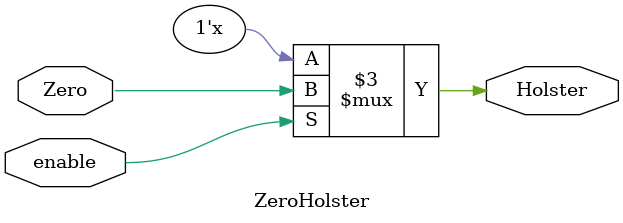
<source format=v>
`timescale 1ns / 1ps
module ZeroHolster(
    input Zero,
	 input enable,
    output reg Holster
    );

always@* begin
	if(enable==1'b1)begin
		Holster <= Zero;
	end
end

endmodule

</source>
